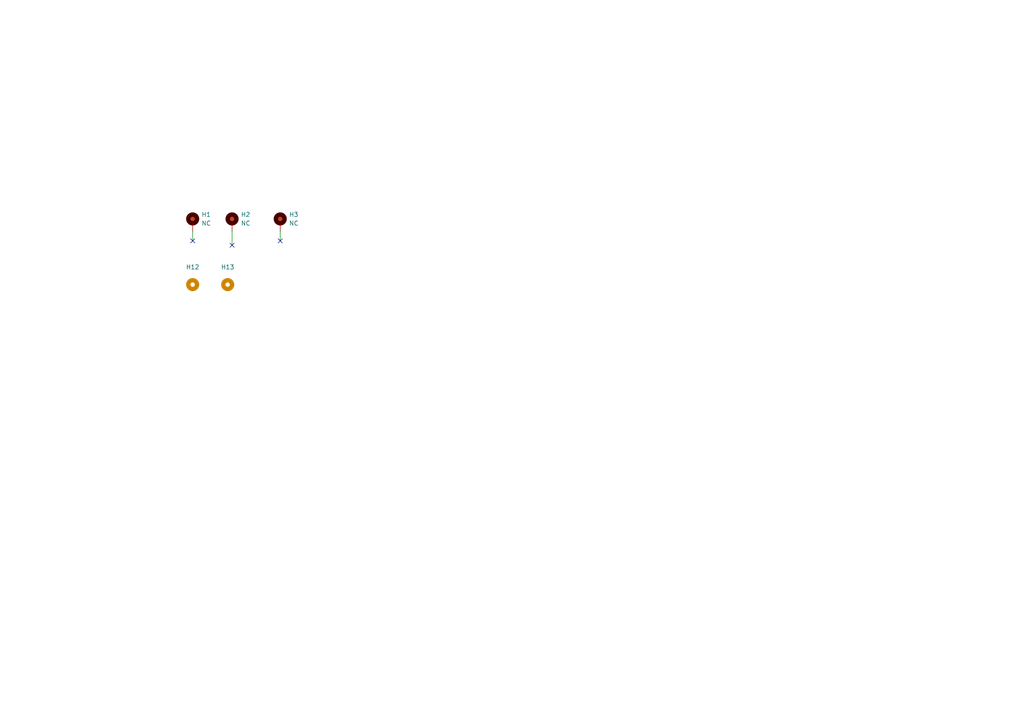
<source format=kicad_sch>
(kicad_sch (version 20230121) (generator eeschema)
  (paper "A4")
  (lib_symbols
    (symbol "bots:SideMountingHole" (pin_numbers hide) (pin_names (offset 1.016) hide)
      (property "Reference" "H" (at 0 6.35 0))
      (symbol "SideMountingHole_1_1"
        (circle (center 0 1.27) (radius 1.27) (stroke (width 1.27) (color 203 130 1 1)))
        (pin no_connect line (at 0 -2.54 90) (length 2.54) hide (name "1") (number "1"))
      )
    )
    (symbol "bots:ZeroH_Keystone24929_Pad" (pin_numbers hide) (pin_names (offset 1.016) hide)
      (property "Reference" "H" (at 0 6.35 0))
      (property "Value" "24929" (at 0 4.445 0))
      (symbol "ZeroH_Keystone24929_Pad_1_1"
        (circle (center 0 1.27) (radius 1.27) (stroke (width 1.27) (color 70 0 0 1)) (fill (type color) (color 187 71 32 1)))
        (pin input line (at 0 -2.54 90) (length 2.54) (name "1") (number "1"))
      )
    )
  )
  (no_connect (at 67.31 71.12))
  (no_connect (at 81.28 69.85))
  (no_connect (at 55.88 69.85))
  (wire (pts (xy 81.28 69.85) (xy 81.28 67.31)))
  (wire (pts (xy 55.88 67.31) (xy 55.88 69.85)))
  (wire (pts (xy 67.31 67.31) (xy 67.31 71.12)))
  (symbol (lib_id "bots:ZeroH_Keystone24929_Pad") (at 67.31 64.77 0) (unit 1)
    (property "Reference" "H2" (at 69.85 62.23 0) (effects (justify left)))
    (property "Value" "NC" (at 69.85 64.77 0) (effects (justify left)))
    (property "Footprint" "bots:Keystone_24929" (effects hide))
    (instances (project "midplate" (path "" (reference "H2") (unit 1)) (path "" (reference "H10") (unit 1))))
  )
  (symbol (lib_id "bots:ZeroH_Keystone24929_Pad") (at 55.88 64.77 0) (unit 1)
    (property "Reference" "H1" (at 58.42 62.23 0) (effects (justify left)))
    (property "Value" "NC" (at 58.42 64.77 0) (effects (justify left)))
    (property "Footprint" "bots:Keystone_24929" (effects hide))
    (instances (project "midplate" (path "" (reference "H1") (unit 1)) (path "" (reference "H9") (unit 1))))
  )
  (symbol (lib_id "bots:SideMountingHole") (at 66.04 83.82 0) (unit 1)
    (property "Reference" "H13" (at 66.04 77.47 0))
    (property "Value" "SideMountingHole" (effects hide))
    (property "Footprint" "bots:MountingHole_3.3mm_M4" (effects hide))
  )
  (symbol (lib_id "bots:ZeroH_Keystone24929_Pad") (at 81.28 64.77 0) (unit 1)
    (property "Reference" "H3" (at 83.82 62.23 0) (effects (justify left)))
    (property "Value" "NC" (at 83.82 64.77 0) (effects (justify left)))
    (property "Footprint" "bots:Keystone_24929" (effects hide))
    (instances (project "midplate" (path "" (reference "H3") (unit 1)) (path "" (reference "H11") (unit 1))))
  )
  (symbol (lib_id "bots:SideMountingHole") (at 55.88 83.82 0) (unit 1)
    (property "Reference" "H12" (at 55.88 77.47 0))
    (property "Value" "SideMountingHole" (effects hide))
    (property "Footprint" "bots:MountingHole_3.3mm_M4" (effects hide))
  )
)
</source>
